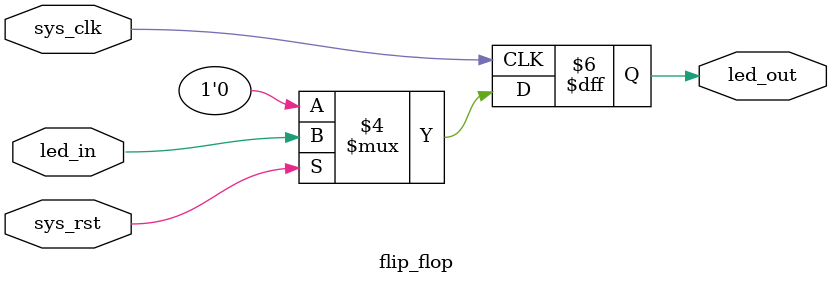
<source format=v>
module	flip_flop
(
	input	wire	sys_clk,
	input	wire	sys_rst,
	input	wire	led_in ,
	
	output	reg		led_out
);
//always@(posedge sys_clk or negedge sys_rst) 
always@(posedge	sys_clk)
	begin
		if(sys_rst	==	1'b0)
			led_out <= 1'b0;
		else	
			led_out <= led_in;
	end	
	
endmodule
</source>
